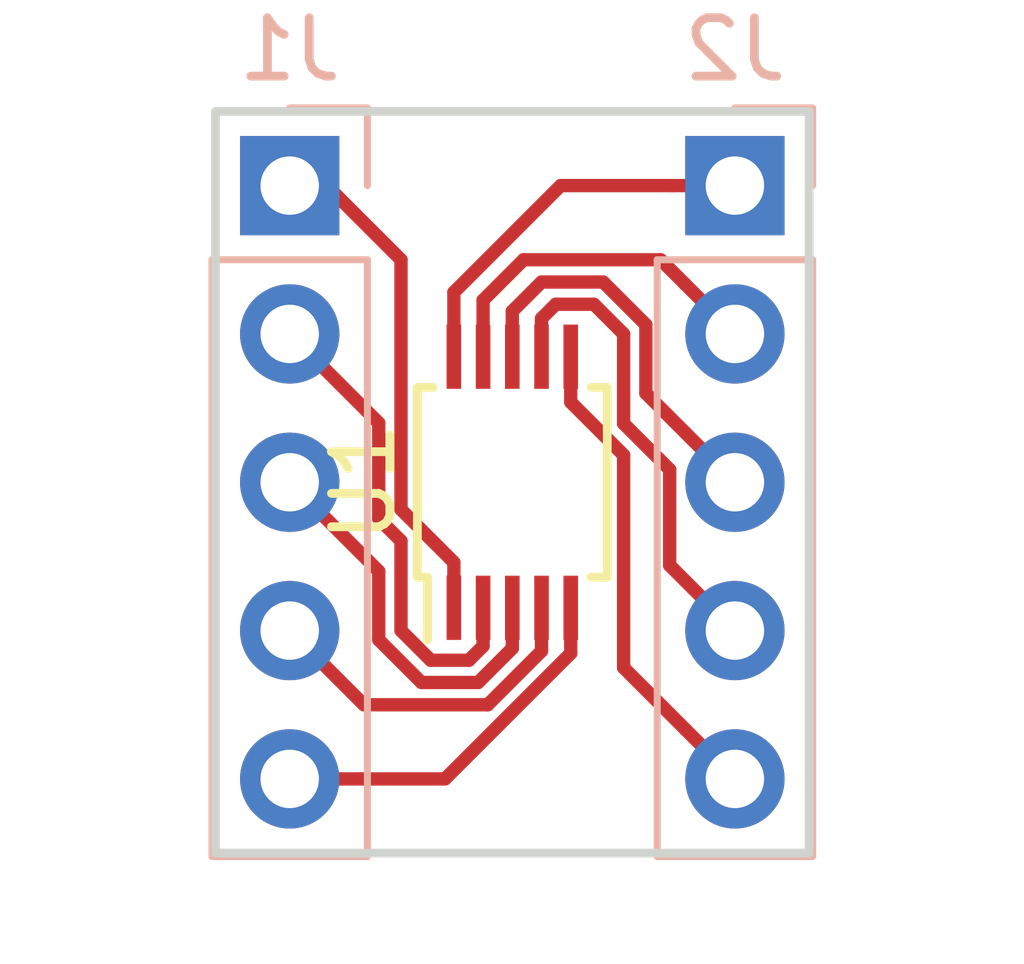
<source format=kicad_pcb>
(kicad_pcb (version 4) (host pcbnew 4.0.6-e0-6349~53~ubuntu16.04.1)

  (general
    (links 10)
    (no_connects 0)
    (area 138.354999 90.094999 148.665001 102.945001)
    (thickness 1.6)
    (drawings 4)
    (tracks 60)
    (zones 0)
    (modules 3)
    (nets 11)
  )

  (page A4)
  (layers
    (0 F.Cu signal)
    (31 B.Cu signal)
    (32 B.Adhes user)
    (33 F.Adhes user)
    (34 B.Paste user)
    (35 F.Paste user)
    (36 B.SilkS user)
    (37 F.SilkS user)
    (38 B.Mask user)
    (39 F.Mask user)
    (40 Dwgs.User user)
    (41 Cmts.User user)
    (42 Eco1.User user)
    (43 Eco2.User user)
    (44 Edge.Cuts user)
    (45 Margin user)
    (46 B.CrtYd user)
    (47 F.CrtYd user)
    (48 B.Fab user)
    (49 F.Fab user)
  )

  (setup
    (last_trace_width 0.2286)
    (trace_clearance 0.1524)
    (zone_clearance 0.508)
    (zone_45_only no)
    (trace_min 0.1524)
    (segment_width 0.2)
    (edge_width 0.15)
    (via_size 0.6858)
    (via_drill 0.3302)
    (via_min_size 0.6858)
    (via_min_drill 0.3302)
    (uvia_size 0.762)
    (uvia_drill 0.508)
    (uvias_allowed no)
    (uvia_min_size 0)
    (uvia_min_drill 0)
    (pcb_text_width 0.3)
    (pcb_text_size 1.5 1.5)
    (mod_edge_width 0.15)
    (mod_text_size 1 1)
    (mod_text_width 0.15)
    (pad_size 1.524 1.524)
    (pad_drill 0.762)
    (pad_to_mask_clearance 0.2)
    (aux_axis_origin 0 0)
    (visible_elements FFFFFF7F)
    (pcbplotparams
      (layerselection 0x00030_80000001)
      (usegerberextensions false)
      (excludeedgelayer true)
      (linewidth 0.100000)
      (plotframeref false)
      (viasonmask false)
      (mode 1)
      (useauxorigin false)
      (hpglpennumber 1)
      (hpglpenspeed 20)
      (hpglpendiameter 15)
      (hpglpenoverlay 2)
      (psnegative false)
      (psa4output false)
      (plotreference true)
      (plotvalue true)
      (plotinvisibletext false)
      (padsonsilk false)
      (subtractmaskfromsilk false)
      (outputformat 1)
      (mirror false)
      (drillshape 1)
      (scaleselection 1)
      (outputdirectory ""))
  )

  (net 0 "")
  (net 1 "Net-(J1-Pad1)")
  (net 2 "Net-(J1-Pad2)")
  (net 3 "Net-(J1-Pad3)")
  (net 4 "Net-(J1-Pad4)")
  (net 5 "Net-(J1-Pad5)")
  (net 6 "Net-(J2-Pad1)")
  (net 7 "Net-(J2-Pad2)")
  (net 8 "Net-(J2-Pad3)")
  (net 9 "Net-(J2-Pad4)")
  (net 10 "Net-(J2-Pad5)")

  (net_class Default "This is the default net class."
    (clearance 0.1524)
    (trace_width 0.2286)
    (via_dia 0.6858)
    (via_drill 0.3302)
    (uvia_dia 0.762)
    (uvia_drill 0.508)
    (add_net "Net-(J1-Pad1)")
    (add_net "Net-(J1-Pad2)")
    (add_net "Net-(J1-Pad3)")
    (add_net "Net-(J1-Pad4)")
    (add_net "Net-(J1-Pad5)")
    (add_net "Net-(J2-Pad1)")
    (add_net "Net-(J2-Pad2)")
    (add_net "Net-(J2-Pad3)")
    (add_net "Net-(J2-Pad4)")
    (add_net "Net-(J2-Pad5)")
  )

  (module Pin_Headers:Pin_Header_Straight_1x05_Pitch2.54mm (layer B.Cu) (tedit 58CD4EC1) (tstamp 595B2058)
    (at 139.7 91.44 180)
    (descr "Through hole straight pin header, 1x05, 2.54mm pitch, single row")
    (tags "Through hole pin header THT 1x05 2.54mm single row")
    (path /595B2010)
    (fp_text reference J1 (at 0 2.33 180) (layer B.SilkS)
      (effects (font (size 1 1) (thickness 0.15)) (justify mirror))
    )
    (fp_text value CONN_01X05 (at 0 -12.49 180) (layer B.Fab)
      (effects (font (size 1 1) (thickness 0.15)) (justify mirror))
    )
    (fp_line (start -1.27 1.27) (end -1.27 -11.43) (layer B.Fab) (width 0.1))
    (fp_line (start -1.27 -11.43) (end 1.27 -11.43) (layer B.Fab) (width 0.1))
    (fp_line (start 1.27 -11.43) (end 1.27 1.27) (layer B.Fab) (width 0.1))
    (fp_line (start 1.27 1.27) (end -1.27 1.27) (layer B.Fab) (width 0.1))
    (fp_line (start -1.33 -1.27) (end -1.33 -11.49) (layer B.SilkS) (width 0.12))
    (fp_line (start -1.33 -11.49) (end 1.33 -11.49) (layer B.SilkS) (width 0.12))
    (fp_line (start 1.33 -11.49) (end 1.33 -1.27) (layer B.SilkS) (width 0.12))
    (fp_line (start 1.33 -1.27) (end -1.33 -1.27) (layer B.SilkS) (width 0.12))
    (fp_line (start -1.33 0) (end -1.33 1.33) (layer B.SilkS) (width 0.12))
    (fp_line (start -1.33 1.33) (end 0 1.33) (layer B.SilkS) (width 0.12))
    (fp_line (start -1.8 1.8) (end -1.8 -11.95) (layer B.CrtYd) (width 0.05))
    (fp_line (start -1.8 -11.95) (end 1.8 -11.95) (layer B.CrtYd) (width 0.05))
    (fp_line (start 1.8 -11.95) (end 1.8 1.8) (layer B.CrtYd) (width 0.05))
    (fp_line (start 1.8 1.8) (end -1.8 1.8) (layer B.CrtYd) (width 0.05))
    (fp_text user %R (at 0 2.33 180) (layer B.Fab)
      (effects (font (size 1 1) (thickness 0.15)) (justify mirror))
    )
    (pad 1 thru_hole rect (at 0 0 180) (size 1.7 1.7) (drill 1) (layers *.Cu *.Mask)
      (net 1 "Net-(J1-Pad1)"))
    (pad 2 thru_hole oval (at 0 -2.54 180) (size 1.7 1.7) (drill 1) (layers *.Cu *.Mask)
      (net 2 "Net-(J1-Pad2)"))
    (pad 3 thru_hole oval (at 0 -5.08 180) (size 1.7 1.7) (drill 1) (layers *.Cu *.Mask)
      (net 3 "Net-(J1-Pad3)"))
    (pad 4 thru_hole oval (at 0 -7.62 180) (size 1.7 1.7) (drill 1) (layers *.Cu *.Mask)
      (net 4 "Net-(J1-Pad4)"))
    (pad 5 thru_hole oval (at 0 -10.16 180) (size 1.7 1.7) (drill 1) (layers *.Cu *.Mask)
      (net 5 "Net-(J1-Pad5)"))
    (model ${KISYS3DMOD}/Pin_Headers.3dshapes/Pin_Header_Straight_1x05_Pitch2.54mm.wrl
      (at (xyz 0 -0.2 0))
      (scale (xyz 1 1 1))
      (rotate (xyz 0 0 90))
    )
  )

  (module Pin_Headers:Pin_Header_Straight_1x05_Pitch2.54mm (layer B.Cu) (tedit 58CD4EC1) (tstamp 595B2061)
    (at 147.32 91.44 180)
    (descr "Through hole straight pin header, 1x05, 2.54mm pitch, single row")
    (tags "Through hole pin header THT 1x05 2.54mm single row")
    (path /595B2056)
    (fp_text reference J2 (at 0 2.33 180) (layer B.SilkS)
      (effects (font (size 1 1) (thickness 0.15)) (justify mirror))
    )
    (fp_text value CONN_01X05 (at 0 -12.49 180) (layer B.Fab)
      (effects (font (size 1 1) (thickness 0.15)) (justify mirror))
    )
    (fp_line (start -1.27 1.27) (end -1.27 -11.43) (layer B.Fab) (width 0.1))
    (fp_line (start -1.27 -11.43) (end 1.27 -11.43) (layer B.Fab) (width 0.1))
    (fp_line (start 1.27 -11.43) (end 1.27 1.27) (layer B.Fab) (width 0.1))
    (fp_line (start 1.27 1.27) (end -1.27 1.27) (layer B.Fab) (width 0.1))
    (fp_line (start -1.33 -1.27) (end -1.33 -11.49) (layer B.SilkS) (width 0.12))
    (fp_line (start -1.33 -11.49) (end 1.33 -11.49) (layer B.SilkS) (width 0.12))
    (fp_line (start 1.33 -11.49) (end 1.33 -1.27) (layer B.SilkS) (width 0.12))
    (fp_line (start 1.33 -1.27) (end -1.33 -1.27) (layer B.SilkS) (width 0.12))
    (fp_line (start -1.33 0) (end -1.33 1.33) (layer B.SilkS) (width 0.12))
    (fp_line (start -1.33 1.33) (end 0 1.33) (layer B.SilkS) (width 0.12))
    (fp_line (start -1.8 1.8) (end -1.8 -11.95) (layer B.CrtYd) (width 0.05))
    (fp_line (start -1.8 -11.95) (end 1.8 -11.95) (layer B.CrtYd) (width 0.05))
    (fp_line (start 1.8 -11.95) (end 1.8 1.8) (layer B.CrtYd) (width 0.05))
    (fp_line (start 1.8 1.8) (end -1.8 1.8) (layer B.CrtYd) (width 0.05))
    (fp_text user %R (at 0 2.33 180) (layer B.Fab)
      (effects (font (size 1 1) (thickness 0.15)) (justify mirror))
    )
    (pad 1 thru_hole rect (at 0 0 180) (size 1.7 1.7) (drill 1) (layers *.Cu *.Mask)
      (net 6 "Net-(J2-Pad1)"))
    (pad 2 thru_hole oval (at 0 -2.54 180) (size 1.7 1.7) (drill 1) (layers *.Cu *.Mask)
      (net 7 "Net-(J2-Pad2)"))
    (pad 3 thru_hole oval (at 0 -5.08 180) (size 1.7 1.7) (drill 1) (layers *.Cu *.Mask)
      (net 8 "Net-(J2-Pad3)"))
    (pad 4 thru_hole oval (at 0 -7.62 180) (size 1.7 1.7) (drill 1) (layers *.Cu *.Mask)
      (net 9 "Net-(J2-Pad4)"))
    (pad 5 thru_hole oval (at 0 -10.16 180) (size 1.7 1.7) (drill 1) (layers *.Cu *.Mask)
      (net 10 "Net-(J2-Pad5)"))
    (model ${KISYS3DMOD}/Pin_Headers.3dshapes/Pin_Header_Straight_1x05_Pitch2.54mm.wrl
      (at (xyz 0 -0.2 0))
      (scale (xyz 1 1 1))
      (rotate (xyz 0 0 90))
    )
  )

  (module Housings_SSOP:TSSOP-10_3x3mm_Pitch0.5mm (layer F.Cu) (tedit 54130A77) (tstamp 595B206F)
    (at 143.51 96.52 90)
    (descr "TSSOP10: plastic thin shrink small outline package; 10 leads; body width 3 mm; (see NXP SSOP-TSSOP-VSO-REFLOW.pdf and sot552-1_po.pdf)")
    (tags "SSOP 0.5")
    (path /595B1FC4)
    (attr smd)
    (fp_text reference U1 (at 0 -2.55 90) (layer F.SilkS)
      (effects (font (size 1 1) (thickness 0.15)))
    )
    (fp_text value VSSOP-10 (at 0 2.55 90) (layer F.Fab)
      (effects (font (size 1 1) (thickness 0.15)))
    )
    (fp_line (start -0.5 -1.5) (end 1.5 -1.5) (layer F.Fab) (width 0.15))
    (fp_line (start 1.5 -1.5) (end 1.5 1.5) (layer F.Fab) (width 0.15))
    (fp_line (start 1.5 1.5) (end -1.5 1.5) (layer F.Fab) (width 0.15))
    (fp_line (start -1.5 1.5) (end -1.5 -0.5) (layer F.Fab) (width 0.15))
    (fp_line (start -1.5 -0.5) (end -0.5 -1.5) (layer F.Fab) (width 0.15))
    (fp_line (start -2.95 -1.8) (end -2.95 1.8) (layer F.CrtYd) (width 0.05))
    (fp_line (start 2.95 -1.8) (end 2.95 1.8) (layer F.CrtYd) (width 0.05))
    (fp_line (start -2.95 -1.8) (end 2.95 -1.8) (layer F.CrtYd) (width 0.05))
    (fp_line (start -2.95 1.8) (end 2.95 1.8) (layer F.CrtYd) (width 0.05))
    (fp_line (start -1.625 -1.625) (end -1.625 -1.45) (layer F.SilkS) (width 0.15))
    (fp_line (start 1.625 -1.625) (end 1.625 -1.35) (layer F.SilkS) (width 0.15))
    (fp_line (start 1.625 1.625) (end 1.625 1.35) (layer F.SilkS) (width 0.15))
    (fp_line (start -1.625 1.625) (end -1.625 1.35) (layer F.SilkS) (width 0.15))
    (fp_line (start -1.625 -1.625) (end 1.625 -1.625) (layer F.SilkS) (width 0.15))
    (fp_line (start -1.625 1.625) (end 1.625 1.625) (layer F.SilkS) (width 0.15))
    (fp_line (start -1.625 -1.45) (end -2.7 -1.45) (layer F.SilkS) (width 0.15))
    (fp_text user %R (at 0 0 90) (layer F.Fab)
      (effects (font (size 0.6 0.6) (thickness 0.15)))
    )
    (pad 1 smd rect (at -2.15 -1 90) (size 1.1 0.25) (layers F.Cu F.Paste F.Mask)
      (net 1 "Net-(J1-Pad1)"))
    (pad 2 smd rect (at -2.15 -0.5 90) (size 1.1 0.25) (layers F.Cu F.Paste F.Mask)
      (net 2 "Net-(J1-Pad2)"))
    (pad 3 smd rect (at -2.15 0 90) (size 1.1 0.25) (layers F.Cu F.Paste F.Mask)
      (net 3 "Net-(J1-Pad3)"))
    (pad 4 smd rect (at -2.15 0.5 90) (size 1.1 0.25) (layers F.Cu F.Paste F.Mask)
      (net 4 "Net-(J1-Pad4)"))
    (pad 5 smd rect (at -2.15 1 90) (size 1.1 0.25) (layers F.Cu F.Paste F.Mask)
      (net 5 "Net-(J1-Pad5)"))
    (pad 6 smd rect (at 2.15 1 90) (size 1.1 0.25) (layers F.Cu F.Paste F.Mask)
      (net 10 "Net-(J2-Pad5)"))
    (pad 7 smd rect (at 2.15 0.5 90) (size 1.1 0.25) (layers F.Cu F.Paste F.Mask)
      (net 9 "Net-(J2-Pad4)"))
    (pad 8 smd rect (at 2.15 0 90) (size 1.1 0.25) (layers F.Cu F.Paste F.Mask)
      (net 8 "Net-(J2-Pad3)"))
    (pad 9 smd rect (at 2.15 -0.5 90) (size 1.1 0.25) (layers F.Cu F.Paste F.Mask)
      (net 7 "Net-(J2-Pad2)"))
    (pad 10 smd rect (at 2.15 -1 90) (size 1.1 0.25) (layers F.Cu F.Paste F.Mask)
      (net 6 "Net-(J2-Pad1)"))
    (model ${KISYS3DMOD}/Housings_SSOP.3dshapes/TSSOP-10_3x3mm_Pitch0.5mm.wrl
      (at (xyz 0 0 0))
      (scale (xyz 1 1 1))
      (rotate (xyz 0 0 0))
    )
  )

  (gr_line (start 138.43 102.87) (end 138.43 90.17) (layer Edge.Cuts) (width 0.15))
  (gr_line (start 148.59 102.87) (end 138.43 102.87) (layer Edge.Cuts) (width 0.15))
  (gr_line (start 148.59 90.17) (end 148.59 102.87) (layer Edge.Cuts) (width 0.15))
  (gr_line (start 138.43 90.17) (end 148.59 90.17) (layer Edge.Cuts) (width 0.15))

  (segment (start 142.51 98.67) (end 142.51 97.8914) (width 0.2286) (layer F.Cu) (net 1))
  (segment (start 142.51 97.8914) (end 141.605 96.9864) (width 0.2286) (layer F.Cu) (net 1))
  (segment (start 141.605 96.9864) (end 141.605 92.71) (width 0.2286) (layer F.Cu) (net 1))
  (segment (start 141.605 92.71) (end 140.335 91.44) (width 0.2286) (layer F.Cu) (net 1))
  (segment (start 140.335 91.44) (end 139.7 91.44) (width 0.2286) (layer F.Cu) (net 1))
  (segment (start 141.223989 95.503989) (end 140.549999 94.829999) (width 0.2286) (layer F.Cu) (net 2))
  (segment (start 141.605 97.52523) (end 141.223989 97.144219) (width 0.2286) (layer F.Cu) (net 2))
  (segment (start 141.605 99.06) (end 141.605 97.52523) (width 0.2286) (layer F.Cu) (net 2))
  (segment (start 141.223989 97.144219) (end 141.223989 95.503989) (width 0.2286) (layer F.Cu) (net 2))
  (segment (start 143.01 99.325062) (end 142.767084 99.567978) (width 0.2286) (layer F.Cu) (net 2))
  (segment (start 142.112978 99.567978) (end 141.605 99.06) (width 0.2286) (layer F.Cu) (net 2))
  (segment (start 143.01 98.67) (end 143.01 99.325062) (width 0.2286) (layer F.Cu) (net 2))
  (segment (start 142.767084 99.567978) (end 142.112978 99.567978) (width 0.2286) (layer F.Cu) (net 2))
  (segment (start 140.549999 94.829999) (end 139.7 93.98) (width 0.2286) (layer F.Cu) (net 2))
  (segment (start 141.223989 98.043989) (end 140.549999 97.369999) (width 0.2286) (layer F.Cu) (net 3))
  (segment (start 142.924903 99.948989) (end 141.955159 99.948989) (width 0.2286) (layer F.Cu) (net 3))
  (segment (start 141.223989 99.217819) (end 141.223989 98.043989) (width 0.2286) (layer F.Cu) (net 3))
  (segment (start 141.955159 99.948989) (end 141.223989 99.217819) (width 0.2286) (layer F.Cu) (net 3))
  (segment (start 140.549999 97.369999) (end 139.7 96.52) (width 0.2286) (layer F.Cu) (net 3))
  (segment (start 143.51 99.363892) (end 142.924903 99.948989) (width 0.2286) (layer F.Cu) (net 3))
  (segment (start 143.51 98.67) (end 143.51 99.363892) (width 0.2286) (layer F.Cu) (net 3))
  (segment (start 143.08977 100.33) (end 140.97 100.33) (width 0.2286) (layer F.Cu) (net 4))
  (segment (start 144.01 98.67) (end 144.01 99.40977) (width 0.2286) (layer F.Cu) (net 4))
  (segment (start 144.01 99.40977) (end 143.08977 100.33) (width 0.2286) (layer F.Cu) (net 4))
  (segment (start 140.97 100.33) (end 140.549999 99.909999) (width 0.2286) (layer F.Cu) (net 4))
  (segment (start 140.549999 99.909999) (end 139.7 99.06) (width 0.2286) (layer F.Cu) (net 4))
  (segment (start 144.51 98.67) (end 144.51 99.4486) (width 0.2286) (layer F.Cu) (net 5))
  (segment (start 144.51 99.4486) (end 142.3586 101.6) (width 0.2286) (layer F.Cu) (net 5))
  (segment (start 142.3586 101.6) (end 140.902081 101.6) (width 0.2286) (layer F.Cu) (net 5))
  (segment (start 140.902081 101.6) (end 139.7 101.6) (width 0.2286) (layer F.Cu) (net 5))
  (segment (start 142.51 93.26734) (end 144.33734 91.44) (width 0.2286) (layer F.Cu) (net 6))
  (segment (start 142.51 94.37) (end 142.51 93.26734) (width 0.2286) (layer F.Cu) (net 6))
  (segment (start 144.33734 91.44) (end 146.2414 91.44) (width 0.2286) (layer F.Cu) (net 6))
  (segment (start 146.2414 91.44) (end 147.32 91.44) (width 0.2286) (layer F.Cu) (net 6))
  (segment (start 143.01 94.37) (end 143.01 93.40234) (width 0.2286) (layer F.Cu) (net 7))
  (segment (start 146.470001 93.130001) (end 147.32 93.98) (width 0.2286) (layer F.Cu) (net 7))
  (segment (start 143.01 93.40234) (end 143.70234 92.71) (width 0.2286) (layer F.Cu) (net 7))
  (segment (start 143.70234 92.71) (end 146.05 92.71) (width 0.2286) (layer F.Cu) (net 7))
  (segment (start 146.05 92.71) (end 146.470001 93.130001) (width 0.2286) (layer F.Cu) (net 7))
  (segment (start 145.796012 94.996012) (end 146.470001 95.670001) (width 0.2286) (layer F.Cu) (net 8))
  (segment (start 146.470001 95.670001) (end 147.32 96.52) (width 0.2286) (layer F.Cu) (net 8))
  (segment (start 144.010389 93.091011) (end 145.064841 93.091011) (width 0.2286) (layer F.Cu) (net 8))
  (segment (start 145.064841 93.091011) (end 145.796012 93.822182) (width 0.2286) (layer F.Cu) (net 8))
  (segment (start 143.51 93.5914) (end 144.010389 93.091011) (width 0.2286) (layer F.Cu) (net 8))
  (segment (start 143.51 94.37) (end 143.51 93.5914) (width 0.2286) (layer F.Cu) (net 8))
  (segment (start 145.796012 93.822182) (end 145.796012 94.996012) (width 0.2286) (layer F.Cu) (net 8))
  (segment (start 146.470001 98.210001) (end 147.32 99.06) (width 0.2286) (layer F.Cu) (net 9))
  (segment (start 146.203299 97.943299) (end 146.470001 98.210001) (width 0.2286) (layer F.Cu) (net 9))
  (segment (start 146.203299 96.303071) (end 146.203299 97.943299) (width 0.2286) (layer F.Cu) (net 9))
  (segment (start 145.415001 95.514773) (end 146.203299 96.303071) (width 0.2286) (layer F.Cu) (net 9))
  (segment (start 144.907022 93.472022) (end 145.415001 93.980001) (width 0.2286) (layer F.Cu) (net 9))
  (segment (start 144.252916 93.472022) (end 144.907022 93.472022) (width 0.2286) (layer F.Cu) (net 9))
  (segment (start 144.01 93.714938) (end 144.252916 93.472022) (width 0.2286) (layer F.Cu) (net 9))
  (segment (start 145.415001 93.980001) (end 145.415001 95.514773) (width 0.2286) (layer F.Cu) (net 9))
  (segment (start 144.01 94.37) (end 144.01 93.714938) (width 0.2286) (layer F.Cu) (net 9))
  (segment (start 144.51 94.37) (end 144.51 95.1486) (width 0.2286) (layer F.Cu) (net 10))
  (segment (start 144.51 95.1486) (end 145.415 96.0536) (width 0.2286) (layer F.Cu) (net 10))
  (segment (start 145.415 96.0536) (end 145.415 99.695) (width 0.2286) (layer F.Cu) (net 10))
  (segment (start 145.415 99.695) (end 146.470001 100.750001) (width 0.2286) (layer F.Cu) (net 10))
  (segment (start 146.470001 100.750001) (end 147.32 101.6) (width 0.2286) (layer F.Cu) (net 10))

)

</source>
